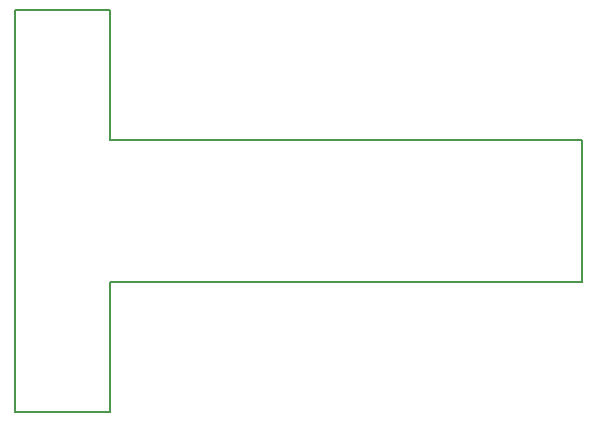
<source format=gbr>
G04 #@! TF.FileFunction,Profile,NP*
%FSLAX46Y46*%
G04 Gerber Fmt 4.6, Leading zero omitted, Abs format (unit mm)*
G04 Created by KiCad (PCBNEW 4.0.7) date Friday, February 01, 2019 'AMt' 08:28:39 AM*
%MOMM*%
%LPD*%
G01*
G04 APERTURE LIST*
%ADD10C,0.100000*%
%ADD11C,0.150000*%
G04 APERTURE END LIST*
D10*
D11*
X115000000Y-89000000D02*
X115000000Y-100000000D01*
X107000000Y-89000000D02*
X115000000Y-89000000D01*
X115000000Y-123000000D02*
X115000000Y-112000000D01*
X107000000Y-123000000D02*
X115000000Y-123000000D01*
X107000000Y-123000000D02*
X107000000Y-89000000D01*
X155000000Y-112000000D02*
X115000000Y-112000000D01*
X155000000Y-100000000D02*
X155000000Y-112000000D01*
X115000000Y-100000000D02*
X155000000Y-100000000D01*
M02*

</source>
